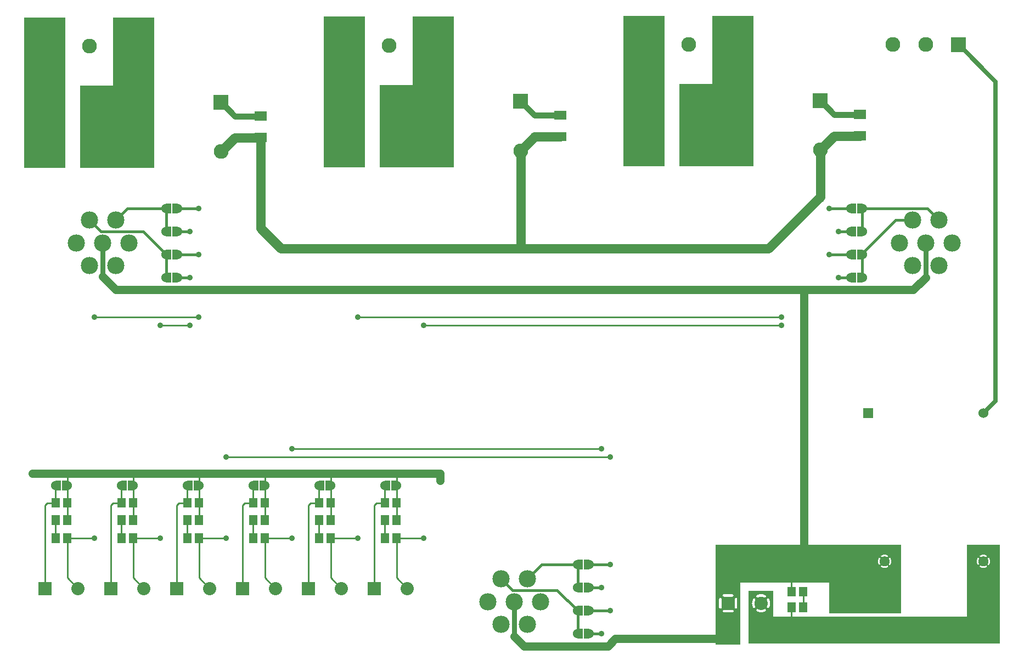
<source format=gbr>
G04 start of page 2 for group 0 idx 0 *
G04 Title: (unknown), top *
G04 Creator: pcb 20140316 *
G04 CreationDate: Wed 29 Apr 2020 12:31:51 AM GMT UTC *
G04 For: railfan *
G04 Format: Gerber/RS-274X *
G04 PCB-Dimensions (mil): 6000.00 4000.00 *
G04 PCB-Coordinate-Origin: lower left *
%MOIN*%
%FSLAX25Y25*%
%LNTOP*%
%ADD31C,0.0480*%
%ADD30C,0.0520*%
%ADD29C,0.0750*%
%ADD28C,0.0200*%
%ADD27C,0.0360*%
%ADD26R,0.0300X0.0300*%
%ADD25R,0.0630X0.0630*%
%ADD24R,0.0512X0.0512*%
%ADD23R,0.0550X0.0550*%
%ADD22C,0.0600*%
%ADD21C,0.0800*%
%ADD20C,0.0900*%
%ADD19C,0.1050*%
%ADD18C,0.0550*%
%ADD17C,0.0350*%
%ADD16C,0.0300*%
%ADD15C,0.0250*%
%ADD14C,0.0150*%
%ADD13C,0.0500*%
%ADD12C,0.0100*%
%ADD11C,0.0001*%
G54D11*G36*
X238500Y387500D02*X263500D01*
Y296000D01*
X238500D01*
Y387500D01*
G37*
G36*
X218500Y296000D02*Y346000D01*
X247500D01*
Y296000D01*
X218500D01*
G37*
G36*
X184500Y387500D02*X209500D01*
Y296000D01*
X184500D01*
Y387500D01*
G37*
G36*
X420500Y388000D02*X445500D01*
Y296500D01*
X420500D01*
Y388000D01*
G37*
G36*
X400500Y296500D02*Y346500D01*
X429500D01*
Y296500D01*
X400500D01*
G37*
G36*
X366500Y388000D02*X391500D01*
Y296500D01*
X366500D01*
Y388000D01*
G37*
G36*
X56500Y387000D02*X81500D01*
Y295500D01*
X56500D01*
Y387000D01*
G37*
G36*
X36500Y295500D02*Y345500D01*
X65500D01*
Y295500D01*
X36500D01*
G37*
G36*
X2500Y387000D02*X27500D01*
Y295500D01*
X2500D01*
Y387000D01*
G37*
G36*
X491500Y23000D02*X595000D01*
Y6500D01*
X491500D01*
Y23000D01*
G37*
G36*
X442500Y6500D02*Y23000D01*
X494000D01*
Y6500D01*
X442500D01*
G37*
G36*
X595000D02*X588284D01*
Y54369D01*
X588287Y54370D01*
X588355Y54409D01*
X588416Y54458D01*
X588469Y54517D01*
X588511Y54583D01*
X588674Y54908D01*
X588803Y55248D01*
X588901Y55598D01*
X588967Y55956D01*
X589000Y56318D01*
Y56682D01*
X588967Y57044D01*
X588901Y57402D01*
X588803Y57752D01*
X588674Y58092D01*
X588515Y58419D01*
X588472Y58485D01*
X588419Y58544D01*
X588357Y58594D01*
X588288Y58633D01*
X588284Y58635D01*
Y66500D01*
X595000D01*
Y6500D01*
G37*
G36*
X588284D02*X585002D01*
Y52500D01*
X585182D01*
X585544Y52533D01*
X585902Y52599D01*
X586252Y52697D01*
X586592Y52826D01*
X586919Y52985D01*
X586985Y53028D01*
X587044Y53081D01*
X587094Y53143D01*
X587133Y53212D01*
X587161Y53286D01*
X587177Y53363D01*
X587181Y53442D01*
X587173Y53521D01*
X587152Y53597D01*
X587120Y53670D01*
X587077Y53736D01*
X587024Y53795D01*
X586962Y53844D01*
X586893Y53884D01*
X586819Y53912D01*
X586742Y53928D01*
X586663Y53932D01*
X586584Y53924D01*
X586507Y53903D01*
X586436Y53870D01*
X586193Y53747D01*
X585938Y53650D01*
X585676Y53577D01*
X585408Y53528D01*
X585136Y53503D01*
X585002D01*
Y59497D01*
X585136D01*
X585408Y59472D01*
X585676Y59423D01*
X585938Y59350D01*
X586193Y59253D01*
X586437Y59133D01*
X586509Y59100D01*
X586584Y59079D01*
X586663Y59071D01*
X586741Y59075D01*
X586818Y59091D01*
X586892Y59119D01*
X586960Y59158D01*
X587021Y59207D01*
X587074Y59266D01*
X587117Y59332D01*
X587149Y59404D01*
X587170Y59480D01*
X587178Y59558D01*
X587174Y59636D01*
X587158Y59713D01*
X587130Y59787D01*
X587091Y59855D01*
X587042Y59916D01*
X586983Y59969D01*
X586917Y60011D01*
X586592Y60174D01*
X586252Y60303D01*
X585902Y60401D01*
X585544Y60467D01*
X585182Y60500D01*
X585002D01*
Y66500D01*
X588284D01*
Y58635D01*
X588214Y58661D01*
X588137Y58677D01*
X588058Y58681D01*
X587979Y58673D01*
X587903Y58652D01*
X587830Y58620D01*
X587764Y58577D01*
X587705Y58524D01*
X587656Y58462D01*
X587616Y58393D01*
X587588Y58319D01*
X587572Y58242D01*
X587568Y58163D01*
X587576Y58084D01*
X587597Y58007D01*
X587630Y57936D01*
X587753Y57693D01*
X587850Y57438D01*
X587923Y57176D01*
X587972Y56908D01*
X587997Y56636D01*
Y56364D01*
X587972Y56092D01*
X587923Y55824D01*
X587850Y55562D01*
X587753Y55307D01*
X587633Y55063D01*
X587600Y54991D01*
X587579Y54916D01*
X587571Y54837D01*
X587575Y54759D01*
X587591Y54682D01*
X587619Y54608D01*
X587658Y54540D01*
X587707Y54479D01*
X587766Y54426D01*
X587832Y54383D01*
X587904Y54351D01*
X587980Y54330D01*
X588058Y54322D01*
X588136Y54326D01*
X588213Y54342D01*
X588284Y54369D01*
Y6500D01*
G37*
G36*
X585002D02*X581716D01*
Y54365D01*
X581786Y54339D01*
X581863Y54323D01*
X581942Y54319D01*
X582021Y54327D01*
X582097Y54348D01*
X582170Y54380D01*
X582236Y54423D01*
X582295Y54476D01*
X582344Y54538D01*
X582384Y54607D01*
X582412Y54681D01*
X582428Y54758D01*
X582432Y54837D01*
X582424Y54916D01*
X582403Y54993D01*
X582370Y55064D01*
X582247Y55307D01*
X582150Y55562D01*
X582077Y55824D01*
X582028Y56092D01*
X582003Y56364D01*
Y56636D01*
X582028Y56908D01*
X582077Y57176D01*
X582150Y57438D01*
X582247Y57693D01*
X582367Y57937D01*
X582400Y58009D01*
X582421Y58085D01*
X582429Y58163D01*
X582425Y58241D01*
X582409Y58318D01*
X582381Y58392D01*
X582342Y58460D01*
X582293Y58521D01*
X582234Y58574D01*
X582168Y58617D01*
X582096Y58649D01*
X582020Y58670D01*
X581942Y58678D01*
X581864Y58674D01*
X581787Y58658D01*
X581716Y58631D01*
Y66500D01*
X585002D01*
Y60500D01*
X584818D01*
X584456Y60467D01*
X584098Y60401D01*
X583748Y60303D01*
X583408Y60174D01*
X583081Y60015D01*
X583015Y59972D01*
X582956Y59919D01*
X582906Y59857D01*
X582867Y59788D01*
X582839Y59714D01*
X582823Y59637D01*
X582819Y59558D01*
X582827Y59479D01*
X582848Y59403D01*
X582880Y59330D01*
X582923Y59264D01*
X582976Y59205D01*
X583038Y59156D01*
X583107Y59116D01*
X583181Y59088D01*
X583258Y59072D01*
X583337Y59068D01*
X583416Y59076D01*
X583493Y59097D01*
X583564Y59130D01*
X583807Y59253D01*
X584062Y59350D01*
X584324Y59423D01*
X584592Y59472D01*
X584864Y59497D01*
X585002D01*
Y53503D01*
X584864D01*
X584592Y53528D01*
X584324Y53577D01*
X584062Y53650D01*
X583807Y53747D01*
X583563Y53867D01*
X583491Y53900D01*
X583415Y53921D01*
X583337Y53929D01*
X583259Y53925D01*
X583182Y53909D01*
X583108Y53881D01*
X583040Y53842D01*
X582979Y53793D01*
X582926Y53734D01*
X582883Y53668D01*
X582851Y53596D01*
X582830Y53520D01*
X582822Y53442D01*
X582826Y53364D01*
X582842Y53287D01*
X582870Y53213D01*
X582909Y53145D01*
X582958Y53084D01*
X583017Y53031D01*
X583083Y52989D01*
X583408Y52826D01*
X583748Y52697D01*
X584098Y52599D01*
X584456Y52533D01*
X584818Y52500D01*
X585002D01*
Y6500D01*
G37*
G36*
X581716D02*X575000D01*
Y66500D01*
X581716D01*
Y58631D01*
X581713Y58630D01*
X581645Y58591D01*
X581584Y58542D01*
X581531Y58483D01*
X581489Y58417D01*
X581326Y58092D01*
X581197Y57752D01*
X581099Y57402D01*
X581033Y57044D01*
X581000Y56682D01*
Y56318D01*
X581033Y55956D01*
X581099Y55598D01*
X581197Y55248D01*
X581326Y54908D01*
X581485Y54581D01*
X581528Y54515D01*
X581581Y54456D01*
X581643Y54406D01*
X581712Y54367D01*
X581716Y54365D01*
Y6500D01*
G37*
G36*
X528284Y66500D02*X535000D01*
Y25000D01*
X528284D01*
Y54369D01*
X528287Y54370D01*
X528355Y54409D01*
X528416Y54458D01*
X528469Y54517D01*
X528511Y54583D01*
X528674Y54908D01*
X528803Y55248D01*
X528901Y55598D01*
X528967Y55956D01*
X529000Y56318D01*
Y56682D01*
X528967Y57044D01*
X528901Y57402D01*
X528803Y57752D01*
X528674Y58092D01*
X528515Y58419D01*
X528472Y58485D01*
X528419Y58544D01*
X528357Y58594D01*
X528288Y58633D01*
X528284Y58635D01*
Y66500D01*
G37*
G36*
X525002D02*X528284D01*
Y58635D01*
X528214Y58661D01*
X528137Y58677D01*
X528058Y58681D01*
X527979Y58673D01*
X527903Y58652D01*
X527830Y58620D01*
X527764Y58577D01*
X527705Y58524D01*
X527656Y58462D01*
X527616Y58393D01*
X527588Y58319D01*
X527572Y58242D01*
X527568Y58163D01*
X527576Y58084D01*
X527597Y58007D01*
X527630Y57936D01*
X527753Y57693D01*
X527850Y57438D01*
X527923Y57176D01*
X527972Y56908D01*
X527997Y56636D01*
Y56364D01*
X527972Y56092D01*
X527923Y55824D01*
X527850Y55562D01*
X527753Y55307D01*
X527633Y55063D01*
X527600Y54991D01*
X527579Y54916D01*
X527571Y54837D01*
X527575Y54759D01*
X527591Y54682D01*
X527619Y54608D01*
X527658Y54540D01*
X527707Y54479D01*
X527766Y54426D01*
X527832Y54383D01*
X527904Y54351D01*
X527980Y54330D01*
X528058Y54322D01*
X528136Y54326D01*
X528213Y54342D01*
X528284Y54369D01*
Y25000D01*
X525002D01*
Y52500D01*
X525182D01*
X525544Y52533D01*
X525902Y52599D01*
X526252Y52697D01*
X526592Y52826D01*
X526919Y52985D01*
X526985Y53028D01*
X527044Y53081D01*
X527094Y53143D01*
X527133Y53212D01*
X527161Y53286D01*
X527177Y53363D01*
X527181Y53442D01*
X527173Y53521D01*
X527152Y53597D01*
X527120Y53670D01*
X527077Y53736D01*
X527024Y53795D01*
X526962Y53844D01*
X526893Y53884D01*
X526819Y53912D01*
X526742Y53928D01*
X526663Y53932D01*
X526584Y53924D01*
X526507Y53903D01*
X526436Y53870D01*
X526193Y53747D01*
X525938Y53650D01*
X525676Y53577D01*
X525408Y53528D01*
X525136Y53503D01*
X525002D01*
Y59497D01*
X525136D01*
X525408Y59472D01*
X525676Y59423D01*
X525938Y59350D01*
X526193Y59253D01*
X526437Y59133D01*
X526509Y59100D01*
X526584Y59079D01*
X526663Y59071D01*
X526741Y59075D01*
X526818Y59091D01*
X526892Y59119D01*
X526960Y59158D01*
X527021Y59207D01*
X527074Y59266D01*
X527117Y59332D01*
X527149Y59404D01*
X527170Y59480D01*
X527178Y59558D01*
X527174Y59636D01*
X527158Y59713D01*
X527130Y59787D01*
X527091Y59855D01*
X527042Y59916D01*
X526983Y59969D01*
X526917Y60011D01*
X526592Y60174D01*
X526252Y60303D01*
X525902Y60401D01*
X525544Y60467D01*
X525182Y60500D01*
X525002D01*
Y66500D01*
G37*
G36*
X521716D02*X525002D01*
Y60500D01*
X524818D01*
X524456Y60467D01*
X524098Y60401D01*
X523748Y60303D01*
X523408Y60174D01*
X523081Y60015D01*
X523015Y59972D01*
X522956Y59919D01*
X522906Y59857D01*
X522867Y59788D01*
X522839Y59714D01*
X522823Y59637D01*
X522819Y59558D01*
X522827Y59479D01*
X522848Y59403D01*
X522880Y59330D01*
X522923Y59264D01*
X522976Y59205D01*
X523038Y59156D01*
X523107Y59116D01*
X523181Y59088D01*
X523258Y59072D01*
X523337Y59068D01*
X523416Y59076D01*
X523493Y59097D01*
X523564Y59130D01*
X523807Y59253D01*
X524062Y59350D01*
X524324Y59423D01*
X524592Y59472D01*
X524864Y59497D01*
X525002D01*
Y53503D01*
X524864D01*
X524592Y53528D01*
X524324Y53577D01*
X524062Y53650D01*
X523807Y53747D01*
X523563Y53867D01*
X523491Y53900D01*
X523415Y53921D01*
X523337Y53929D01*
X523259Y53925D01*
X523182Y53909D01*
X523108Y53881D01*
X523040Y53842D01*
X522979Y53793D01*
X522926Y53734D01*
X522883Y53668D01*
X522851Y53596D01*
X522830Y53520D01*
X522822Y53442D01*
X522826Y53364D01*
X522842Y53287D01*
X522870Y53213D01*
X522909Y53145D01*
X522958Y53084D01*
X523017Y53031D01*
X523083Y52989D01*
X523408Y52826D01*
X523748Y52697D01*
X524098Y52599D01*
X524456Y52533D01*
X524818Y52500D01*
X525002D01*
Y25000D01*
X521716D01*
Y54365D01*
X521786Y54339D01*
X521863Y54323D01*
X521942Y54319D01*
X522021Y54327D01*
X522097Y54348D01*
X522170Y54380D01*
X522236Y54423D01*
X522295Y54476D01*
X522344Y54538D01*
X522384Y54607D01*
X522412Y54681D01*
X522428Y54758D01*
X522432Y54837D01*
X522424Y54916D01*
X522403Y54993D01*
X522370Y55064D01*
X522247Y55307D01*
X522150Y55562D01*
X522077Y55824D01*
X522028Y56092D01*
X522003Y56364D01*
Y56636D01*
X522028Y56908D01*
X522077Y57176D01*
X522150Y57438D01*
X522247Y57693D01*
X522367Y57937D01*
X522400Y58009D01*
X522421Y58085D01*
X522429Y58163D01*
X522425Y58241D01*
X522409Y58318D01*
X522381Y58392D01*
X522342Y58460D01*
X522293Y58521D01*
X522234Y58574D01*
X522168Y58617D01*
X522096Y58649D01*
X522020Y58670D01*
X521942Y58678D01*
X521864Y58674D01*
X521787Y58658D01*
X521716Y58631D01*
Y66500D01*
G37*
G36*
X491500Y25000D02*Y66500D01*
X521716D01*
Y58631D01*
X521713Y58630D01*
X521645Y58591D01*
X521584Y58542D01*
X521531Y58483D01*
X521489Y58417D01*
X521326Y58092D01*
X521197Y57752D01*
X521099Y57402D01*
X521033Y57044D01*
X521000Y56682D01*
Y56318D01*
X521033Y55956D01*
X521099Y55598D01*
X521197Y55248D01*
X521326Y54908D01*
X521485Y54581D01*
X521528Y54515D01*
X521581Y54456D01*
X521643Y54406D01*
X521712Y54367D01*
X521716Y54365D01*
Y25000D01*
X491500D01*
G37*
G36*
X454493Y38500D02*X457500D01*
Y6500D01*
X454493D01*
Y28145D01*
X454578Y28181D01*
X454679Y28243D01*
X454769Y28319D01*
X454845Y28409D01*
X454905Y28511D01*
X455122Y28980D01*
X455289Y29469D01*
X455409Y29972D01*
X455482Y30484D01*
X455506Y31000D01*
X455482Y31516D01*
X455409Y32028D01*
X455289Y32531D01*
X455122Y33020D01*
X454910Y33492D01*
X454849Y33593D01*
X454772Y33684D01*
X454682Y33761D01*
X454580Y33823D01*
X454493Y33860D01*
Y38500D01*
G37*
G36*
X450002D02*X454493D01*
Y33860D01*
X454471Y33869D01*
X454355Y33897D01*
X454237Y33906D01*
X454119Y33897D01*
X454003Y33870D01*
X453893Y33824D01*
X453792Y33762D01*
X453702Y33686D01*
X453624Y33595D01*
X453562Y33494D01*
X453516Y33385D01*
X453489Y33269D01*
X453479Y33151D01*
X453488Y33032D01*
X453516Y32917D01*
X453563Y32808D01*
X453721Y32468D01*
X453842Y32112D01*
X453930Y31747D01*
X453982Y31375D01*
X454000Y31000D01*
X453982Y30625D01*
X453930Y30253D01*
X453842Y29888D01*
X453721Y29532D01*
X453567Y29190D01*
X453520Y29082D01*
X453493Y28967D01*
X453483Y28849D01*
X453493Y28732D01*
X453521Y28617D01*
X453566Y28508D01*
X453628Y28407D01*
X453705Y28318D01*
X453795Y28241D01*
X453895Y28180D01*
X454004Y28135D01*
X454119Y28107D01*
X454237Y28098D01*
X454355Y28108D01*
X454469Y28135D01*
X454493Y28145D01*
Y6500D01*
X450002D01*
Y25494D01*
X450516Y25518D01*
X451028Y25591D01*
X451531Y25711D01*
X452020Y25878D01*
X452492Y26090D01*
X452593Y26151D01*
X452684Y26228D01*
X452761Y26318D01*
X452823Y26420D01*
X452869Y26529D01*
X452897Y26645D01*
X452906Y26763D01*
X452897Y26881D01*
X452870Y26997D01*
X452824Y27107D01*
X452762Y27208D01*
X452686Y27298D01*
X452595Y27376D01*
X452494Y27438D01*
X452385Y27484D01*
X452269Y27511D01*
X452151Y27521D01*
X452032Y27512D01*
X451917Y27484D01*
X451808Y27437D01*
X451468Y27279D01*
X451112Y27158D01*
X450747Y27070D01*
X450375Y27018D01*
X450002Y27000D01*
Y35000D01*
X450375Y34982D01*
X450747Y34930D01*
X451112Y34842D01*
X451468Y34721D01*
X451810Y34567D01*
X451918Y34520D01*
X452033Y34493D01*
X452151Y34483D01*
X452268Y34493D01*
X452383Y34521D01*
X452492Y34566D01*
X452593Y34628D01*
X452682Y34705D01*
X452759Y34795D01*
X452820Y34895D01*
X452865Y35004D01*
X452893Y35119D01*
X452902Y35237D01*
X452892Y35355D01*
X452865Y35469D01*
X452819Y35578D01*
X452757Y35679D01*
X452681Y35769D01*
X452591Y35845D01*
X452489Y35905D01*
X452020Y36122D01*
X451531Y36289D01*
X451028Y36409D01*
X450516Y36482D01*
X450002Y36506D01*
Y38500D01*
G37*
G36*
X445507D02*X450002D01*
Y36506D01*
X450000Y36506D01*
X449484Y36482D01*
X448972Y36409D01*
X448469Y36289D01*
X447980Y36122D01*
X447508Y35910D01*
X447407Y35849D01*
X447316Y35772D01*
X447239Y35682D01*
X447177Y35580D01*
X447131Y35471D01*
X447103Y35355D01*
X447094Y35237D01*
X447103Y35119D01*
X447130Y35003D01*
X447176Y34893D01*
X447238Y34792D01*
X447314Y34702D01*
X447405Y34624D01*
X447506Y34562D01*
X447615Y34516D01*
X447731Y34489D01*
X447849Y34479D01*
X447968Y34488D01*
X448083Y34516D01*
X448192Y34563D01*
X448532Y34721D01*
X448888Y34842D01*
X449253Y34930D01*
X449625Y34982D01*
X450000Y35000D01*
X450002Y35000D01*
Y27000D01*
X450000Y27000D01*
X449625Y27018D01*
X449253Y27070D01*
X448888Y27158D01*
X448532Y27279D01*
X448190Y27433D01*
X448082Y27480D01*
X447967Y27507D01*
X447849Y27517D01*
X447732Y27507D01*
X447617Y27479D01*
X447508Y27434D01*
X447407Y27372D01*
X447318Y27295D01*
X447241Y27205D01*
X447180Y27105D01*
X447135Y26996D01*
X447107Y26881D01*
X447098Y26763D01*
X447108Y26645D01*
X447135Y26531D01*
X447181Y26422D01*
X447243Y26321D01*
X447319Y26231D01*
X447409Y26155D01*
X447511Y26095D01*
X447980Y25878D01*
X448469Y25711D01*
X448972Y25591D01*
X449484Y25518D01*
X450000Y25494D01*
X450002Y25494D01*
Y6500D01*
X445507D01*
Y28140D01*
X445529Y28131D01*
X445645Y28103D01*
X445763Y28094D01*
X445881Y28103D01*
X445997Y28130D01*
X446107Y28176D01*
X446208Y28238D01*
X446298Y28314D01*
X446376Y28405D01*
X446438Y28506D01*
X446484Y28615D01*
X446511Y28731D01*
X446521Y28849D01*
X446512Y28968D01*
X446484Y29083D01*
X446437Y29192D01*
X446279Y29532D01*
X446158Y29888D01*
X446070Y30253D01*
X446018Y30625D01*
X446000Y31000D01*
X446018Y31375D01*
X446070Y31747D01*
X446158Y32112D01*
X446279Y32468D01*
X446433Y32810D01*
X446480Y32918D01*
X446507Y33033D01*
X446517Y33151D01*
X446507Y33268D01*
X446479Y33383D01*
X446434Y33492D01*
X446372Y33593D01*
X446295Y33682D01*
X446205Y33759D01*
X446105Y33820D01*
X445996Y33865D01*
X445881Y33893D01*
X445763Y33902D01*
X445645Y33892D01*
X445531Y33865D01*
X445507Y33855D01*
Y38500D01*
G37*
G36*
X442500D02*X445507D01*
Y33855D01*
X445422Y33819D01*
X445321Y33757D01*
X445231Y33681D01*
X445155Y33591D01*
X445095Y33489D01*
X444878Y33020D01*
X444711Y32531D01*
X444591Y32028D01*
X444518Y31516D01*
X444494Y31000D01*
X444518Y30484D01*
X444591Y29972D01*
X444711Y29469D01*
X444878Y28980D01*
X445090Y28508D01*
X445151Y28407D01*
X445228Y28316D01*
X445318Y28239D01*
X445420Y28177D01*
X445507Y28140D01*
Y6500D01*
X442500D01*
Y38500D01*
G37*
G36*
X437500Y6000D02*X434750D01*
Y27748D01*
X434868Y27757D01*
X434982Y27785D01*
X435092Y27830D01*
X435192Y27891D01*
X435282Y27968D01*
X435359Y28058D01*
X435420Y28158D01*
X435465Y28268D01*
X435493Y28382D01*
X435500Y28500D01*
Y33500D01*
X435493Y33618D01*
X435465Y33732D01*
X435420Y33842D01*
X435359Y33942D01*
X435282Y34032D01*
X435192Y34109D01*
X435092Y34170D01*
X434982Y34215D01*
X434868Y34243D01*
X434750Y34252D01*
Y55500D01*
X437500D01*
Y6000D01*
G37*
G36*
X434750D02*X430000D01*
Y25500D01*
X432500D01*
X432618Y25507D01*
X432732Y25535D01*
X432842Y25580D01*
X432942Y25641D01*
X433032Y25718D01*
X433109Y25808D01*
X433170Y25908D01*
X433215Y26018D01*
X433243Y26132D01*
X433252Y26250D01*
X433243Y26368D01*
X433215Y26482D01*
X433170Y26592D01*
X433109Y26692D01*
X433032Y26782D01*
X432942Y26859D01*
X432842Y26920D01*
X432732Y26965D01*
X432618Y26993D01*
X432500Y27000D01*
X430000D01*
Y35000D01*
X432500D01*
X432618Y35007D01*
X432732Y35035D01*
X432842Y35080D01*
X432942Y35141D01*
X433032Y35218D01*
X433109Y35308D01*
X433170Y35408D01*
X433215Y35518D01*
X433243Y35632D01*
X433252Y35750D01*
X433243Y35868D01*
X433215Y35982D01*
X433170Y36092D01*
X433109Y36192D01*
X433032Y36282D01*
X432942Y36359D01*
X432842Y36420D01*
X432732Y36465D01*
X432618Y36493D01*
X432500Y36500D01*
X430000D01*
Y55500D01*
X434750D01*
Y34252D01*
X434632Y34243D01*
X434518Y34215D01*
X434408Y34170D01*
X434308Y34109D01*
X434218Y34032D01*
X434141Y33942D01*
X434080Y33842D01*
X434035Y33732D01*
X434007Y33618D01*
X434000Y33500D01*
Y28500D01*
X434007Y28382D01*
X434035Y28268D01*
X434080Y28158D01*
X434141Y28058D01*
X434218Y27968D01*
X434308Y27891D01*
X434408Y27830D01*
X434518Y27785D01*
X434632Y27757D01*
X434750Y27748D01*
Y6000D01*
G37*
G36*
X430000D02*X425250D01*
Y27748D01*
X425368Y27757D01*
X425482Y27785D01*
X425592Y27830D01*
X425692Y27891D01*
X425782Y27968D01*
X425859Y28058D01*
X425920Y28158D01*
X425965Y28268D01*
X425993Y28382D01*
X426000Y28500D01*
Y33500D01*
X425993Y33618D01*
X425965Y33732D01*
X425920Y33842D01*
X425859Y33942D01*
X425782Y34032D01*
X425692Y34109D01*
X425592Y34170D01*
X425482Y34215D01*
X425368Y34243D01*
X425250Y34252D01*
Y55500D01*
X430000D01*
Y36500D01*
X427500D01*
X427382Y36493D01*
X427268Y36465D01*
X427158Y36420D01*
X427058Y36359D01*
X426968Y36282D01*
X426891Y36192D01*
X426830Y36092D01*
X426785Y35982D01*
X426757Y35868D01*
X426748Y35750D01*
X426757Y35632D01*
X426785Y35518D01*
X426830Y35408D01*
X426891Y35308D01*
X426968Y35218D01*
X427058Y35141D01*
X427158Y35080D01*
X427268Y35035D01*
X427382Y35007D01*
X427500Y35000D01*
X430000D01*
Y27000D01*
X427500D01*
X427382Y26993D01*
X427268Y26965D01*
X427158Y26920D01*
X427058Y26859D01*
X426968Y26782D01*
X426891Y26692D01*
X426830Y26592D01*
X426785Y26482D01*
X426757Y26368D01*
X426748Y26250D01*
X426757Y26132D01*
X426785Y26018D01*
X426830Y25908D01*
X426891Y25808D01*
X426968Y25718D01*
X427058Y25641D01*
X427158Y25580D01*
X427268Y25535D01*
X427382Y25507D01*
X427500Y25500D01*
X430000D01*
Y6000D01*
G37*
G36*
X425250D02*X422500D01*
Y55500D01*
X425250D01*
Y34252D01*
X425132Y34243D01*
X425018Y34215D01*
X424908Y34170D01*
X424808Y34109D01*
X424718Y34032D01*
X424641Y33942D01*
X424580Y33842D01*
X424535Y33732D01*
X424507Y33618D01*
X424500Y33500D01*
Y28500D01*
X424507Y28382D01*
X424535Y28268D01*
X424580Y28158D01*
X424641Y28058D01*
X424718Y27968D01*
X424808Y27891D01*
X424908Y27830D01*
X425018Y27785D01*
X425132Y27757D01*
X425250Y27748D01*
Y6000D01*
G37*
G36*
X498000Y43500D02*X422500D01*
Y66500D01*
X498000D01*
Y43500D01*
G37*
G54D12*X21457Y70500D02*Y81500D01*
Y92000D02*Y102500D01*
X15000Y40000D02*Y90500D01*
X16500Y92000D01*
X21457D01*
X28543Y70500D02*Y46457D01*
Y81500D02*Y110000D01*
Y46457D02*X35000Y40000D01*
X28543Y70500D02*X45000D01*
X61457D02*Y81500D01*
X55000Y40000D02*Y90500D01*
X56500Y92000D01*
X61457D01*
X68543Y81500D02*Y110000D01*
Y70500D02*X85000D01*
X61457Y92000D02*Y102500D01*
X95000Y90500D02*X96500Y92000D01*
X68543Y70500D02*Y46457D01*
X75000Y40000D01*
X95000D02*Y90500D01*
X101457Y70500D02*Y81500D01*
Y92000D02*Y102500D01*
X96500Y92000D02*X101457D01*
G54D13*X7500Y110000D02*X255000D01*
G54D12*X228543Y81500D02*Y110000D01*
X188543Y81500D02*Y110000D01*
Y70500D02*X205000D01*
X148543Y81500D02*Y110000D01*
X108543Y81500D02*Y110000D01*
Y70500D02*X125000D01*
X148543D02*X165000D01*
X125000Y120000D02*X358500D01*
X165000Y125000D02*X353000D01*
G54D13*X255000Y110000D02*Y105500D01*
G54D14*X338600Y54500D02*Y40500D01*
X345400D02*X353000D01*
X308000Y45856D02*X316643Y54500D01*
X338600D01*
G54D15*X570000Y370500D02*X592500Y348000D01*
Y154000D01*
X585000Y146500D01*
G54D14*X558000Y263856D02*X550856Y271000D01*
G54D13*X542500Y221500D02*X550000Y229000D01*
G54D16*Y250000D01*
G54D17*X510000Y328000D02*X494500D01*
X486000Y336500D01*
G54D14*X511400Y271000D02*Y257000D01*
X542000Y263856D02*X531756D01*
X511400Y243500D01*
X550856Y271000D02*X511400D01*
Y243000D02*Y229000D01*
X491500Y243000D02*X504600D01*
X497000Y229000D02*X504600D01*
X491500Y271000D02*X504600D01*
X497000Y257000D02*X504600D01*
G54D18*X494500Y315000D02*X510000D01*
G54D12*X108543Y70500D02*Y46457D01*
X115000Y40000D01*
X141457Y70500D02*Y81500D01*
X135000Y40000D02*Y90500D01*
X148543Y70500D02*Y46457D01*
X155000Y40000D01*
X175000D02*Y90500D01*
X141457Y92000D02*Y102500D01*
X135000Y90500D02*X136500Y92000D01*
X141457D01*
G54D17*X146000Y327000D02*X130500D01*
G54D18*Y314000D02*X146000D01*
Y259000D01*
X158500Y246500D01*
G54D17*X130500Y327000D02*X122000Y335500D01*
G54D18*Y305500D02*X130500Y314000D01*
G54D12*X188543Y70500D02*Y46457D01*
X221457Y70500D02*Y81500D01*
X181457Y70500D02*Y81500D01*
X188543Y46457D02*X195000Y40000D01*
X181457Y92000D02*Y102500D01*
X175000Y90500D02*X176500Y92000D01*
X181457D01*
X221457D02*Y102500D01*
X215000Y90500D02*X216500Y92000D01*
X221457D01*
X215000Y40000D02*Y90500D01*
X228543Y46457D02*X235000Y40000D01*
G54D14*X292000Y45856D02*X298856Y39000D01*
G54D13*X306000Y5000D02*X300000Y11000D01*
G54D16*Y32000D01*
G54D14*X58000Y263856D02*X65143Y271000D01*
X42000Y263856D02*X48856Y257000D01*
X74600D01*
G54D16*X50000Y229500D02*Y250000D01*
G54D14*X65143Y271000D02*X88600D01*
X95400D02*X108500D01*
G54D18*X158500Y246500D02*X454500D01*
G54D14*X88600Y271000D02*Y257000D01*
X74600D02*X88600Y243000D01*
Y229000D01*
X95400Y243000D02*X108500D01*
X95400Y257000D02*X103000D01*
Y229000D02*X95400D01*
G54D12*X45000Y205000D02*X108500D01*
G54D13*X58000Y221500D02*X50000Y229500D01*
G54D12*X85000Y200000D02*X103000D01*
X245000D02*X462500D01*
X205000Y205000D02*X462500D01*
G54D13*X542500Y221500D02*X58000D01*
G54D12*X228543Y70500D02*Y46457D01*
G54D17*X328000Y327500D02*X312500D01*
X304000Y336000D01*
G54D12*X228543Y70500D02*X245000D01*
G54D18*X304000Y306000D02*X312500Y314500D01*
X304000Y306000D02*Y246500D01*
G54D13*X306000Y5000D02*X357000D01*
X361500Y9500D01*
G54D14*X353000Y12500D02*X345400D01*
G54D13*X361500Y9500D02*X430000D01*
G54D14*X298856Y39000D02*X326100D01*
X338600Y26500D02*Y12500D01*
X345400Y54500D02*X358500D01*
X345400Y26500D02*X358500D01*
X326100Y39000D02*X338600Y26500D01*
G54D13*X476000Y55500D02*Y221500D01*
G54D12*X468457Y28500D02*Y17500D01*
X475543Y28500D02*Y38000D01*
X468457D02*Y49500D01*
G54D18*X486000Y306500D02*X494500Y315000D01*
X312500Y314500D02*X328000D01*
X454500Y246500D02*X486000Y278000D01*
Y304500D01*
Y278000D02*Y306500D01*
G54D19*X292000Y45856D03*
G54D11*G36*
X299500Y340500D02*Y331500D01*
X308500D01*
Y340500D01*
X299500D01*
G37*
G54D20*X304000Y306000D03*
X244000Y336000D03*
X224000D03*
X204000D03*
Y306000D03*
X224000D03*
X244000D03*
G54D11*G36*
X239500Y374500D02*Y365500D01*
X248500D01*
Y374500D01*
X239500D01*
G37*
G54D20*X224000Y370000D03*
X204000D03*
G54D11*G36*
X426000Y35000D02*Y27000D01*
X434000D01*
Y35000D01*
X426000D01*
G37*
G54D21*X450000Y31000D03*
G54D19*X300000Y32000D03*
X316000Y32000D03*
X308000Y45856D03*
X284000Y32000D03*
X292000Y18144D03*
X308000D03*
G54D11*G36*
X512000Y149500D02*Y143500D01*
X518000D01*
Y149500D01*
X512000D01*
G37*
G54D22*X525000Y56500D03*
X585000D03*
Y146500D03*
G54D19*X550000Y250000D03*
X542000Y263856D03*
X534000Y250000D03*
X542000Y236144D03*
X558000Y263856D03*
X558000Y236144D03*
X566000Y250000D03*
G54D11*G36*
X565500Y375000D02*Y366000D01*
X574500D01*
Y375000D01*
X565500D01*
G37*
G54D20*X550000Y370500D03*
X530000D03*
G54D11*G36*
X481500Y341000D02*Y332000D01*
X490500D01*
Y341000D01*
X481500D01*
G37*
G54D20*X486000Y306500D03*
X426000Y336500D03*
Y306500D03*
G54D11*G36*
X421500Y375000D02*Y366000D01*
X430500D01*
Y375000D01*
X421500D01*
G37*
G54D20*X406000Y336500D03*
X386000D03*
Y306500D03*
X406000D03*
Y370500D03*
X386000D03*
G54D19*X50000Y250000D03*
X58000Y263856D03*
X42000D03*
X34000Y250000D03*
X42000Y236144D03*
X58000D03*
X66000Y250000D03*
G54D11*G36*
X117500Y340000D02*Y331000D01*
X126500D01*
Y340000D01*
X117500D01*
G37*
G54D20*X122000Y305500D03*
X62000Y335500D03*
Y305500D03*
G54D11*G36*
X57500Y374000D02*Y365000D01*
X66500D01*
Y374000D01*
X57500D01*
G37*
G54D20*X42000Y335500D03*
X22000D03*
Y305500D03*
X42000D03*
Y369500D03*
X22000D03*
G54D11*G36*
X51000Y44000D02*Y36000D01*
X59000D01*
Y44000D01*
X51000D01*
G37*
G36*
X11000D02*Y36000D01*
X19000D01*
Y44000D01*
X11000D01*
G37*
G54D21*X35000Y40000D03*
X75000D03*
G54D11*G36*
X131000Y44000D02*Y36000D01*
X139000D01*
Y44000D01*
X131000D01*
G37*
G36*
X91000D02*Y36000D01*
X99000D01*
Y44000D01*
X91000D01*
G37*
G54D21*X115000Y40000D03*
X155000D03*
G54D11*G36*
X211000Y44000D02*Y36000D01*
X219000D01*
Y44000D01*
X211000D01*
G37*
G54D21*X235000Y40000D03*
G54D11*G36*
X171000Y44000D02*Y36000D01*
X179000D01*
Y44000D01*
X171000D01*
G37*
G54D21*X195000Y40000D03*
G54D23*X327000Y327500D02*X329000D01*
X327000Y314500D02*X329000D01*
X145000Y327000D02*X147000D01*
X145000Y314000D02*X147000D01*
G54D24*X498607Y20457D02*X499393D01*
X498607Y27543D02*X499393D01*
G54D25*X525000Y17150D02*Y10851D01*
Y36835D02*Y30536D01*
G54D24*X468457Y38393D02*Y37607D01*
X475543Y38393D02*Y37607D01*
Y28893D02*Y28107D01*
X468457Y28893D02*Y28107D01*
G54D22*X338600Y12500D03*
G54D26*X340100Y14000D02*Y11000D01*
G54D22*X338600Y26500D03*
G54D26*X340100Y28000D02*Y25000D01*
G54D22*X345400Y12500D03*
G54D26*X343900Y14000D02*Y11000D01*
G54D22*X345400Y26500D03*
G54D26*X343900Y28000D02*Y25000D01*
G54D22*X338600Y40500D03*
G54D26*X340100Y42000D02*Y39000D01*
G54D22*X338600Y54500D03*
G54D26*X340100Y56000D02*Y53000D01*
G54D22*X345400Y40500D03*
G54D26*X343900Y42000D02*Y39000D01*
G54D22*X345400Y54500D03*
G54D26*X343900Y56000D02*Y53000D01*
X223100Y104000D02*Y101000D01*
G54D22*X228400Y102500D03*
G54D26*X226900Y104000D02*Y101000D01*
G54D24*X181457Y81893D02*Y81107D01*
X188543Y81893D02*Y81107D01*
G54D22*X88600Y229000D03*
G54D26*X90100Y230500D02*Y227500D01*
G54D22*X95400Y229000D03*
G54D26*X93900Y230500D02*Y227500D01*
G54D22*X88600Y243000D03*
G54D26*X90100Y244500D02*Y241500D01*
G54D22*X95400Y243000D03*
G54D26*X93900Y244500D02*Y241500D01*
G54D22*X88600Y271000D03*
G54D26*X90100Y272500D02*Y269500D01*
G54D22*X95400Y271000D03*
G54D26*X93900Y272500D02*Y269500D01*
G54D22*X88600Y257000D03*
G54D26*X90100Y258500D02*Y255500D01*
G54D22*X95400Y257000D03*
G54D26*X93900Y258500D02*Y255500D01*
G54D23*X509000Y328000D02*X511000D01*
X509000Y315000D02*X511000D01*
G54D22*X511400Y229000D03*
G54D26*X509900Y230500D02*Y227500D01*
G54D22*X511400Y271000D03*
G54D26*X509900Y272500D02*Y269500D01*
G54D22*X511400Y257000D03*
G54D26*X509900Y258500D02*Y255500D01*
G54D22*X504600Y229000D03*
G54D26*X506100Y230500D02*Y227500D01*
G54D22*X504600Y271000D03*
G54D26*X506100Y272500D02*Y269500D01*
G54D22*X504600Y257000D03*
G54D26*X506100Y258500D02*Y255500D01*
G54D22*X511400Y243000D03*
G54D26*X509900Y244500D02*Y241500D01*
G54D22*X504600Y243000D03*
G54D26*X506100Y244500D02*Y241500D01*
G54D24*X21457Y81893D02*Y81107D01*
X28543Y81893D02*Y81107D01*
Y70893D02*Y70107D01*
X21457Y70893D02*Y70107D01*
Y92393D02*Y91607D01*
X28543Y92393D02*Y91607D01*
G54D22*X21600Y102500D03*
G54D26*X23100Y104000D02*Y101000D01*
X26900Y104000D02*Y101000D01*
G54D22*X28400Y102500D03*
G54D24*X61457Y92393D02*Y91607D01*
Y70893D02*Y70107D01*
G54D22*X61600Y102500D03*
G54D26*X63100Y104000D02*Y101000D01*
G54D24*X68543Y92393D02*Y91607D01*
Y70893D02*Y70107D01*
G54D22*X68400Y102500D03*
G54D26*X66900Y104000D02*Y101000D01*
G54D24*X61457Y81893D02*Y81107D01*
X68543Y81893D02*Y81107D01*
X108543Y70893D02*Y70107D01*
X101457Y70893D02*Y70107D01*
G54D22*X108400Y102500D03*
G54D24*X101457Y92393D02*Y91607D01*
X108543Y92393D02*Y91607D01*
G54D22*X101600Y102500D03*
G54D26*X103100Y104000D02*Y101000D01*
X106900Y104000D02*Y101000D01*
G54D24*X101457Y81893D02*Y81107D01*
X108543Y81893D02*Y81107D01*
X141457Y81893D02*Y81107D01*
X148543Y81893D02*Y81107D01*
Y70893D02*Y70107D01*
X141457Y70893D02*Y70107D01*
Y92393D02*Y91607D01*
X148543Y92393D02*Y91607D01*
G54D22*X141600Y102500D03*
G54D26*X143100Y104000D02*Y101000D01*
X146900Y104000D02*Y101000D01*
G54D22*X148400Y102500D03*
G54D24*X188543Y70893D02*Y70107D01*
X181457Y70893D02*Y70107D01*
Y92393D02*Y91607D01*
X188543Y92393D02*Y91607D01*
G54D22*X181600Y102500D03*
G54D26*X183100Y104000D02*Y101000D01*
G54D22*X188400Y102500D03*
G54D26*X186900Y104000D02*Y101000D01*
G54D24*X221457Y81893D02*Y81107D01*
X228543Y81893D02*Y81107D01*
Y70893D02*Y70107D01*
X221457Y70893D02*Y70107D01*
Y92393D02*Y91607D01*
X228543Y92393D02*Y91607D01*
G54D22*X221600Y102500D03*
G54D27*X108500Y271000D03*
Y243000D03*
X103000Y257000D03*
Y229000D03*
X45000Y70500D03*
Y205000D03*
X108500D03*
X85000Y70500D03*
Y200000D03*
X103000D03*
X125000Y70500D03*
Y120000D03*
X491500Y271000D03*
Y243000D03*
X497000Y257000D03*
Y229000D03*
X460500Y9500D03*
X466000D03*
X445500Y246500D03*
X450000D03*
X454500D03*
X462500Y205000D03*
Y200000D03*
X165000Y70500D03*
Y125000D03*
X205000Y205000D03*
X245000Y200000D03*
X205000Y70500D03*
X245000D03*
X255000Y110000D03*
Y105500D03*
X358500Y120000D03*
X353000Y125000D03*
X358500Y54500D03*
Y26500D03*
X353000Y40500D03*
Y12500D03*
G54D28*G54D29*G54D30*G54D18*G54D31*G54D29*G54D16*G54D29*G54D18*G54D30*G54D18*G54D30*G54D18*G54D29*G54D30*G54D18*G54D30*G54D18*G54D31*M02*

</source>
